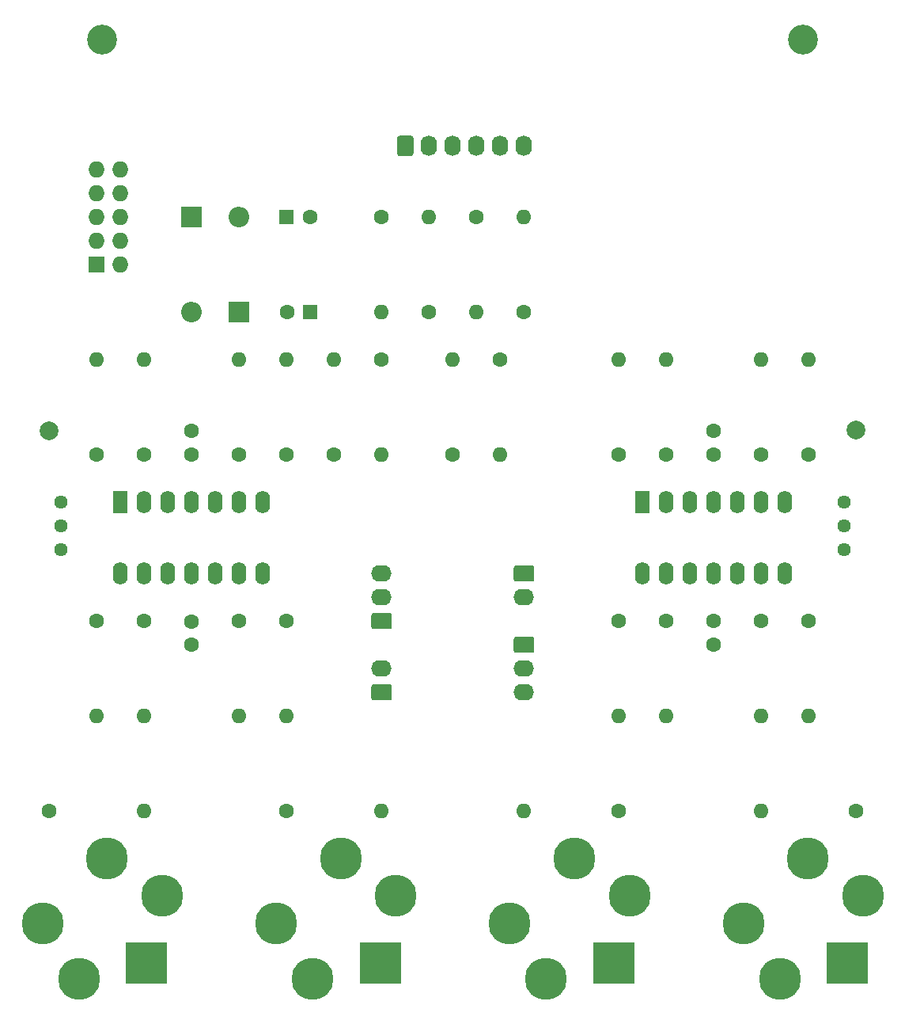
<source format=gbr>
%TF.GenerationSoftware,KiCad,Pcbnew,5.1.12-84ad8e8a86~92~ubuntu20.04.1*%
%TF.CreationDate,2021-11-13T16:17:45-05:00*%
%TF.ProjectId,joystick,6a6f7973-7469-4636-9b2e-6b696361645f,rev?*%
%TF.SameCoordinates,Original*%
%TF.FileFunction,Soldermask,Bot*%
%TF.FilePolarity,Negative*%
%FSLAX46Y46*%
G04 Gerber Fmt 4.6, Leading zero omitted, Abs format (unit mm)*
G04 Created by KiCad (PCBNEW 5.1.12-84ad8e8a86~92~ubuntu20.04.1) date 2021-11-13 16:17:45*
%MOMM*%
%LPD*%
G01*
G04 APERTURE LIST*
%ADD10C,1.440000*%
%ADD11O,1.600000X2.400000*%
%ADD12R,1.600000X2.400000*%
%ADD13C,2.000000*%
%ADD14C,1.600000*%
%ADD15O,1.600000X1.600000*%
%ADD16R,1.600000X1.600000*%
%ADD17O,2.200000X1.740000*%
%ADD18C,3.200000*%
%ADD19C,4.500001*%
%ADD20C,4.500000*%
%ADD21R,4.500001X4.500001*%
%ADD22O,1.740000X2.190000*%
%ADD23O,2.200000X2.200000*%
%ADD24R,2.200000X2.200000*%
%ADD25O,1.727200X1.727200*%
%ADD26R,1.727200X1.727200*%
G04 APERTURE END LIST*
D10*
%TO.C,RV4*%
X188910000Y-100480000D03*
X188910000Y-103020000D03*
X188910000Y-105560000D03*
%TD*%
%TO.C,RV1*%
X105090000Y-100480000D03*
X105090000Y-103020000D03*
X105090000Y-105560000D03*
%TD*%
D11*
%TO.C,U2*%
X167320000Y-108100000D03*
X182560000Y-100480000D03*
X169860000Y-108100000D03*
X180020000Y-100480000D03*
X172400000Y-108100000D03*
X177480000Y-100480000D03*
X174940000Y-108100000D03*
X174940000Y-100480000D03*
X177480000Y-108100000D03*
X172400000Y-100480000D03*
X180020000Y-108100000D03*
X169860000Y-100480000D03*
X182560000Y-108100000D03*
D12*
X167320000Y-100480000D03*
%TD*%
D13*
%TO.C,TP2*%
X190180000Y-92733000D03*
%TD*%
%TO.C,TP1*%
X103820000Y-92860000D03*
%TD*%
D14*
%TO.C,R20*%
X164780000Y-95400000D03*
D15*
X164780000Y-85240000D03*
%TD*%
D14*
%TO.C,C1*%
X129260000Y-80160000D03*
D16*
X131760000Y-80160000D03*
%TD*%
D14*
%TO.C,C2*%
X131720000Y-70000000D03*
D16*
X129220000Y-70000000D03*
%TD*%
D17*
%TO.C,J14*%
X154620000Y-110640000D03*
G36*
G01*
X153769999Y-107230000D02*
X155470001Y-107230000D01*
G75*
G02*
X155720000Y-107479999I0J-249999D01*
G01*
X155720000Y-108720001D01*
G75*
G02*
X155470001Y-108970000I-249999J0D01*
G01*
X153769999Y-108970000D01*
G75*
G02*
X153520000Y-108720001I0J249999D01*
G01*
X153520000Y-107479999D01*
G75*
G02*
X153769999Y-107230000I249999J0D01*
G01*
G37*
%TD*%
%TO.C,J12*%
X154620000Y-120800000D03*
X154620000Y-118260000D03*
G36*
G01*
X153769999Y-114850000D02*
X155470001Y-114850000D01*
G75*
G02*
X155720000Y-115099999I0J-249999D01*
G01*
X155720000Y-116340001D01*
G75*
G02*
X155470001Y-116590000I-249999J0D01*
G01*
X153769999Y-116590000D01*
G75*
G02*
X153520000Y-116340001I0J249999D01*
G01*
X153520000Y-115099999D01*
G75*
G02*
X153769999Y-114850000I249999J0D01*
G01*
G37*
%TD*%
%TO.C,J8*%
X139380000Y-118260000D03*
G36*
G01*
X140230001Y-121670000D02*
X138529999Y-121670000D01*
G75*
G02*
X138280000Y-121420001I0J249999D01*
G01*
X138280000Y-120179999D01*
G75*
G02*
X138529999Y-119930000I249999J0D01*
G01*
X140230001Y-119930000D01*
G75*
G02*
X140480000Y-120179999I0J-249999D01*
G01*
X140480000Y-121420001D01*
G75*
G02*
X140230001Y-121670000I-249999J0D01*
G01*
G37*
%TD*%
%TO.C,J7*%
X139380000Y-108100000D03*
X139380000Y-110640000D03*
G36*
G01*
X140230001Y-114050000D02*
X138529999Y-114050000D01*
G75*
G02*
X138280000Y-113800001I0J249999D01*
G01*
X138280000Y-112559999D01*
G75*
G02*
X138529999Y-112310000I249999J0D01*
G01*
X140230001Y-112310000D01*
G75*
G02*
X140480000Y-112559999I0J-249999D01*
G01*
X140480000Y-113800001D01*
G75*
G02*
X140230001Y-114050000I-249999J0D01*
G01*
G37*
%TD*%
D18*
%TO.C,H2*%
X184500000Y-51000000D03*
%TD*%
%TO.C,H1*%
X109500000Y-51000000D03*
%TD*%
D19*
%TO.C,J13*%
X190900000Y-142500000D03*
D20*
X182000000Y-151400000D03*
D19*
X185000000Y-138600000D03*
D21*
X189240000Y-149740000D03*
D20*
X178100000Y-145500000D03*
%TD*%
D19*
%TO.C,J11*%
X140900000Y-142500000D03*
D20*
X132000000Y-151400000D03*
D19*
X135000000Y-138600000D03*
D21*
X139240000Y-149740000D03*
D20*
X128100000Y-145500000D03*
%TD*%
D19*
%TO.C,J6*%
X165900000Y-142500000D03*
D20*
X157000000Y-151400000D03*
D19*
X160000000Y-138600000D03*
D21*
X164240000Y-149740000D03*
D20*
X153100000Y-145500000D03*
%TD*%
D19*
%TO.C,J4*%
X115900000Y-142500000D03*
D20*
X107000000Y-151400000D03*
D19*
X110000000Y-138600000D03*
D21*
X114240000Y-149740000D03*
D20*
X103100000Y-145500000D03*
%TD*%
D22*
%TO.C,J5*%
X154620000Y-62380000D03*
X152080000Y-62380000D03*
X149540000Y-62380000D03*
X147000000Y-62380000D03*
X144460000Y-62380000D03*
G36*
G01*
X141050000Y-63225001D02*
X141050000Y-61534999D01*
G75*
G02*
X141299999Y-61285000I249999J0D01*
G01*
X142540001Y-61285000D01*
G75*
G02*
X142790000Y-61534999I0J-249999D01*
G01*
X142790000Y-63225001D01*
G75*
G02*
X142540001Y-63475000I-249999J0D01*
G01*
X141299999Y-63475000D01*
G75*
G02*
X141050000Y-63225001I0J249999D01*
G01*
G37*
%TD*%
D14*
%TO.C,R28*%
X190180000Y-133500000D03*
D15*
X180020000Y-133500000D03*
%TD*%
D14*
%TO.C,R27*%
X164780000Y-113180000D03*
D15*
X164780000Y-123340000D03*
%TD*%
D14*
%TO.C,R26*%
X169860000Y-113180000D03*
D15*
X169860000Y-123340000D03*
%TD*%
D14*
%TO.C,R25*%
X129220000Y-133500000D03*
D15*
X139380000Y-133500000D03*
%TD*%
D14*
%TO.C,R24*%
X185100000Y-113180000D03*
D15*
X185100000Y-123340000D03*
%TD*%
D14*
%TO.C,R23*%
X180020000Y-113180000D03*
D15*
X180020000Y-123340000D03*
%TD*%
D14*
%TO.C,R22*%
X185100000Y-95400000D03*
D15*
X185100000Y-85240000D03*
%TD*%
D14*
%TO.C,R21*%
X180020000Y-95400000D03*
D15*
X180020000Y-85240000D03*
%TD*%
D14*
%TO.C,R17*%
X169860000Y-95400000D03*
D15*
X169860000Y-85240000D03*
%TD*%
D14*
%TO.C,R19*%
X147000000Y-95400000D03*
D15*
X147000000Y-85240000D03*
%TD*%
D14*
%TO.C,R18*%
X152080000Y-85240000D03*
D15*
X152080000Y-95400000D03*
%TD*%
D14*
%TO.C,R16*%
X149540000Y-70000000D03*
D15*
X149540000Y-80160000D03*
%TD*%
D14*
%TO.C,R15*%
X154620000Y-80160000D03*
D15*
X154620000Y-70000000D03*
%TD*%
D14*
%TO.C,R14*%
X164780000Y-133500000D03*
D15*
X154620000Y-133500000D03*
%TD*%
D14*
%TO.C,R13*%
X108900000Y-113180000D03*
D15*
X108900000Y-123340000D03*
%TD*%
D14*
%TO.C,R12*%
X113980000Y-113180000D03*
D15*
X113980000Y-123340000D03*
%TD*%
D14*
%TO.C,R11*%
X103820000Y-133500000D03*
D15*
X113980000Y-133500000D03*
%TD*%
D14*
%TO.C,R10*%
X129220000Y-113180000D03*
D15*
X129220000Y-123340000D03*
%TD*%
D14*
%TO.C,R9*%
X124140000Y-113180000D03*
D15*
X124140000Y-123340000D03*
%TD*%
D14*
%TO.C,R8*%
X129220000Y-95400000D03*
D15*
X129220000Y-85240000D03*
%TD*%
D14*
%TO.C,R7*%
X124140000Y-95400000D03*
D15*
X124140000Y-85240000D03*
%TD*%
D14*
%TO.C,R6*%
X108900000Y-95400000D03*
D15*
X108900000Y-85240000D03*
%TD*%
D14*
%TO.C,R3*%
X113980000Y-95400000D03*
D15*
X113980000Y-85240000D03*
%TD*%
D14*
%TO.C,C6*%
X174940000Y-95360000D03*
X174940000Y-92860000D03*
%TD*%
%TO.C,C5*%
X174940000Y-115680000D03*
X174940000Y-113180000D03*
%TD*%
%TO.C,R5*%
X134300000Y-95400000D03*
D15*
X134300000Y-85240000D03*
%TD*%
D14*
%TO.C,R4*%
X139380000Y-85240000D03*
D15*
X139380000Y-95400000D03*
%TD*%
D14*
%TO.C,R2*%
X139380000Y-70000000D03*
D15*
X139380000Y-80160000D03*
%TD*%
D14*
%TO.C,R1*%
X144460000Y-80160000D03*
D15*
X144460000Y-70000000D03*
%TD*%
D23*
%TO.C,D1*%
X124140000Y-70000000D03*
D24*
X124140000Y-80160000D03*
%TD*%
D23*
%TO.C,D2*%
X119060000Y-80160000D03*
D24*
X119060000Y-70000000D03*
%TD*%
D11*
%TO.C,U1*%
X111440000Y-108100000D03*
X126680000Y-100480000D03*
X113980000Y-108100000D03*
X124140000Y-100480000D03*
X116520000Y-108100000D03*
X121600000Y-100480000D03*
X119060000Y-108100000D03*
X119060000Y-100480000D03*
X121600000Y-108100000D03*
X116520000Y-100480000D03*
X124140000Y-108100000D03*
X113980000Y-100480000D03*
X126680000Y-108100000D03*
D12*
X111440000Y-100480000D03*
%TD*%
D14*
%TO.C,C3*%
X119060000Y-92860000D03*
X119060000Y-95360000D03*
%TD*%
%TO.C,C4*%
X119060000Y-113220000D03*
X119060000Y-115720000D03*
%TD*%
D25*
%TO.C,J1*%
X111440000Y-64920000D03*
X108900000Y-64920000D03*
X111440000Y-67460000D03*
X108900000Y-67460000D03*
X111440000Y-70000000D03*
X108900000Y-70000000D03*
X111440000Y-72540000D03*
X108900000Y-72540000D03*
X111440000Y-75080000D03*
D26*
X108900000Y-75080000D03*
%TD*%
M02*

</source>
